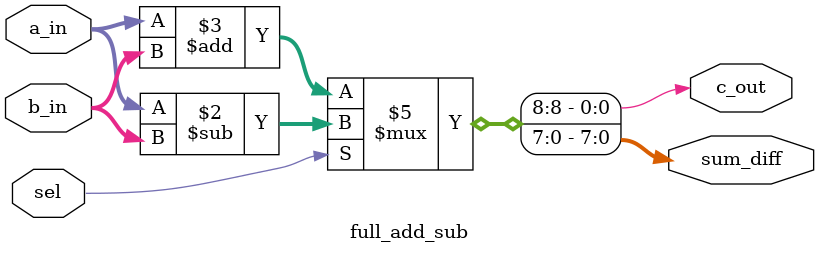
<source format=sv>
module full_add_sub #(
    parameter WIDTH=8)
    (input [WIDTH-1:0] a_in,
    input [WIDTH-1:0] b_in,
    input sel,
    output logic [WIDTH-1:0] sum_diff,
    output logic c_out 
    );

    always_comb
	begin
		if (sel)
        	{c_out,sum_diff} = a_in - b_in;
		else
			{c_out,sum_diff} = a_in + b_in;        
	end
endmodule

</source>
